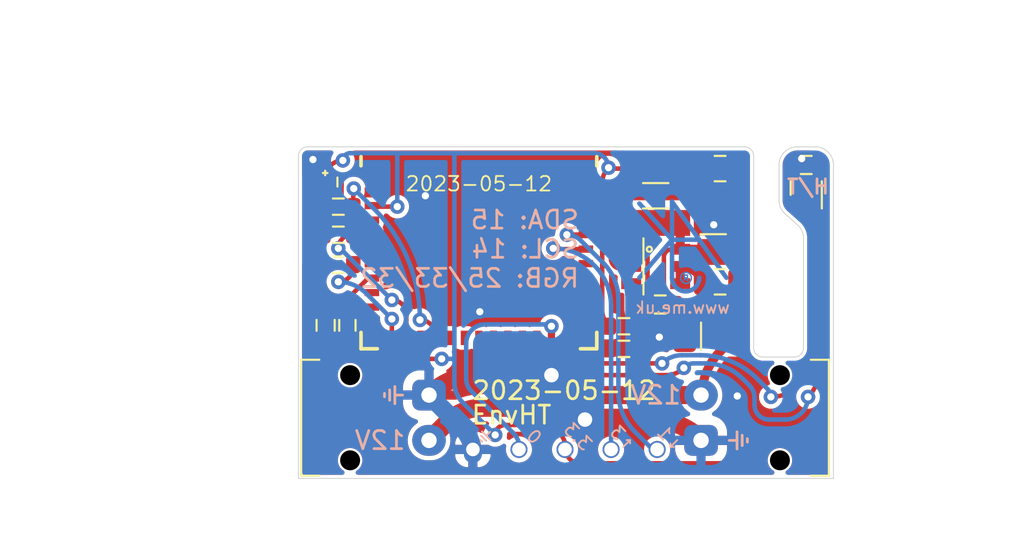
<source format=kicad_pcb>
(kicad_pcb (version 20221018) (generator pcbnew)
  (title_block (title "EnvMon") (date "${DATE}") (rev "4") (comment 1 "www.me.uk") (comment 2 "@TheRealRevK") (comment 3 "Adrian Kennard Andrews & Arnold Ltd"))
  (layers (0 "F.Cu" signal) (31 "B.Cu" signal) (34 "B.Paste" user) (35 "F.Paste" user) (36 "B.SilkS" user "B.Silkscreen") (37 "F.SilkS" user "F.Silkscreen") (38 "B.Mask" user) (39 "F.Mask" user) (44 "Edge.Cuts" user))
  (property "DATE" "2023-05-12")
  (net 0 "")
  (net 1 "Net-(U4-EN)")
  (net 2 "Net-(D2-A)")
  (net 3 "Net-(D3-BK)")
  (net 4 "GND")
  (net 5 "Net-(D3-RK)")
  (net 6 "Net-(D3-GK)")
  (net 7 "Net-(U1-FB)")
  (net 10 "SCL")
  (net 11 "SDA")
  (net 14 "R")
  (net 15 "G")
  (net 16 "B")
  (net 17 "DC")
  (net 19 "O")
  (net 20 "I")
  (net 23 "BOOT")
  (net 37 "+3.3V")
  (footprint "RevK:C_0603" (layer "F.Cu") (at 89.3 88.65 90)
    (fp_text reference "C5" hide)
    (fp_text value "1uF")
    (fp_line (start -0.3 -0.5) (end 0.3 -0.5) (stroke (width 0.12)) (layer "F.SilkS"))
    (fp_line (start -0.3 0.5) (end 0.3 0.5) (stroke (width 0.12)) (layer "F.SilkS"))
    (pad "1" smd roundrect (at -0.775 0 90) (size 0.8 0.95) (layers "F.Cu" "F.Paste" "F.Mask") (net 4 "GND"))
    (pad "2" smd roundrect (at 0.775 0 90) (size 0.8 0.95) (layers "F.Cu" "F.Paste" "F.Mask") (net 1 "Net-(U4-EN)"))
  )
  (footprint "RevK:R_0603" (layer "F.Cu") (at 105.75 88.7)
    (fp_text reference "R1" hide)
    (fp_text value "100k 1%")
    (fp_line (start -0.3 -0.45) (end 0.3 -0.45) (stroke (width 0.12)) (layer "F.SilkS"))
    (fp_line (start -0.3 0.45) (end 0.3 0.45) (stroke (width 0.12)) (layer "F.SilkS"))
    (pad "1" smd roundrect (at -0.825 0) (size 0.8 0.95) (layers "F.Cu" "F.Paste" "F.Mask") (net 37 "+3.3V"))
    (pad "2" smd roundrect (at 0.825 0) (size 0.8 0.95) (layers "F.Cu" "F.Paste" "F.Mask") (net 7 "Net-(U1-FB)"))
  )
  (footprint "RevK:C_0805_" (layer "F.Cu") (at 111.05 86.25)
    (fp_text reference "C2" hide)
    (fp_text value "2.2uF")
    (fp_line (start -0.3 -0.7) (end 0.3 -0.7) (stroke (width 0.12)) (layer "F.SilkS"))
    (fp_line (start -0.3 0.7) (end 0.3 0.7) (stroke (width 0.12)) (layer "F.SilkS"))
  )
  (footprint "RevK:PTSM-HH1-2-RA" (layer "F.Cu") (at 95 93.75 -90)
    (fp_text reference "J1" hide)
    (fp_text value "DC")
    (fp_line (start -3.2 7.05) (end -3.2 6.05) (stroke (width 0.12)) (layer "F.SilkS"))
    (fp_line (start -3.2 7.05) (end 3.2 7.05) (stroke (width 0.12)) (layer "F.SilkS"))
    (fp_line (start 3.2 7.05) (end 3.2 6.05) (stroke (width 0.12)) (layer "F.SilkS"))
    (pad "" np_thru_hole circle (at -2.35 4.35 270) (size 1.1 1.1) (drill 1.1) (layers "*.Mask"))
    (pad "" np_thru_hole circle (at 2.35 4.35 270) (size 1.1 1.1) (drill 1.1) (layers "*.Mask"))
    (pad "1" thru_hole roundrect (at -1.25 0 270) (size 1.7 1.85) (drill 0.85) (layers "*.Cu" "*.Mask") (net 4 "GND"))
    (pad "2" thru_hole oval (at 1.25 0 270) (size 1.7 1.85) (drill 0.85) (layers "*.Cu" "*.Mask") (net 2 "Net-(D2-A)"))
  )
  (footprint "RevK:R_0603" (layer "F.Cu") (at 105.75 89.95)
    (fp_text reference "R2" hide)
    (fp_text value "30k 1%")
    (fp_line (start -0.3 -0.45) (end 0.3 -0.45) (stroke (width 0.12)) (layer "F.SilkS"))
    (fp_line (start -0.3 0.45) (end 0.3 0.45) (stroke (width 0.12)) (layer "F.SilkS"))
    (pad "1" smd roundrect (at -0.825 0) (size 0.8 0.95) (layers "F.Cu" "F.Paste" "F.Mask") (net 4 "GND"))
    (pad "2" smd roundrect (at 0.825 0) (size 0.8 0.95) (layers "F.Cu" "F.Paste" "F.Mask") (net 7 "Net-(U1-FB)"))
  )
  (footprint "RevK:SOT-23-Thin-6-Reg" (layer "F.Cu") (at 107.5 85.4 90)
    (fp_text reference "U1" hide)
    (fp_text value "LMR16006XDDCR")
    (fp_line (start -1.55 -0.675) (end 1.55 -0.675) (stroke (width 0.12)) (layer "F.SilkS"))
    (fp_circle (center 0.95 -0.35) (end 1.05 -0.25) (stroke (width 0.12)) (fill none) (layer "F.SilkS"))
    (pad "1" smd roundrect (at -2.1 -0.525 180) (size 0.9 0.95) (layers "F.Cu" "F.Paste" "F.Mask") (clearance 0.2))
    (pad "1" smd custom (at -0.8 -0.45 90) (size 2.6 0.25) (layers "F.Cu") (clearance 0.2) (options (clearance outline) (anchor rect)) (primitives (gr_arc (start 1.75 -0.45) (mid 1.618198 -0.131802) (end 1.3 0) (width 0.25))))
    (pad "1" smd rect (at 0.95 -1.35 180) (size 1.1 0.6) (layers "F.Cu" "F.Paste" "F.Mask") (clearance 0.2))
    (pad "2" smd custom (at -1.1 4.5 90) (size 0.1 0.1) (layers "F.Cu") (net 4 "GND") (clearance 0.2) (options (clearance outline) (anchor rect)) (primitives (gr_line (start 0 0) (end 6.6 0) (width 0.4999)) (gr_line (start 4.8625 0) (end 4.8625 -1.6) (width 0.4999)) (gr_line (start 5 -1.6) (end 5 -6.4) (width 0.4999)) (gr_arc (start 4.55 -6.85) (mid 4.868198 -6.718198) (end 5 -6.4) (width 0.4999)) (gr_line (start 4.55 -6.85) (end 1.55 -6.85) (width 0.4999)) (gr_arc (start 1.1 -6.4) (mid 1.231802 -6.718198) (end 1.55 -6.85) (width 0.4999)) (gr_line (start 1.1 -6.4) (end 1.1 -5.9) (width 0.4999))))
    (pad "2" smd roundrect (at -0.85 4.5) (size 1 1.45) (layers "F.Cu" "F.Paste" "F.Mask") (net 4 "GND"))
    (pad "2" smd rect (at 0 -1.35 180) (size 1.1 0.6) (layers "F.Cu" "F.Paste" "F.Mask") (net 4 "GND") (clearance 0.2))
    (pad "2" smd roundrect (at 3.7625 3.17 90) (size 1.425 1.75) (layers "F.Cu" "F.Paste" "F.Mask") (roundrect_rratio 0.175) (net 4 "GND") (clearance 0.2))
    (pad "2" smd roundrect (at 5.4 4.5) (size 1 1.45) (layers "F.Cu" "F.Paste" "F.Mask") (net 4 "GND"))
    (pad "3" smd rect (at -0.95 -1.35 180) (size 1.1 0.6) (layers "F.Cu" "F.Paste" "F.Mask") (net 7 "Net-(U1-FB)") (clearance 0.2))
    (pad "4" smd rect (at -0.95 1.35 180) (size 1.1 0.6) (layers "F.Cu" "F.Paste" "F.Mask") (net 17 "DC") (clearance 0.2))
    (pad "5" smd custom (at -1.06 2.55 90) (size 0.1 0.1) (layers "F.Cu") (net 17 "DC") (options (clearance outline) (anchor rect)) (primitives (gr_arc (start 1 -1) (mid 0.707723 -0.29351) (end 0.001745 -0.000002) (width 0.5))))
    (pad "5" smd roundrect (at -0.85 2.6) (size 1 1.45) (layers "F.Cu" "F.Paste" "F.Mask") (net 17 "DC") (clearance 0.2))
    (pad "5" smd rect (at 0 1.35 180) (size 1.1 0.6) (layers "F.Cu" "F.Paste" "F.Mask") (net 17 "DC") (clearance 0.2))
    (pad "6" smd roundrect (at -2.1 1.025 180) (size 0.9 0.95) (layers "F.Cu" "F.Paste" "F.Mask") (clearance 0.2))
    (pad "6" smd custom (at -0.475 0.45 90) (size 1.95 0.25) (layers "F.Cu") (clearance 0.2) (options (clearance outline) (anchor rect)) (primitives (gr_arc (start 0.975 0) (mid 1.293198 0.131802) (end 1.425 0.45) (width 0.25)) (gr_arc (start -1.425 0.45) (mid -1.293198 0.131802) (end -0.975 0) (width 0.25))))
    (pad "6" smd roundrect (at 0.7975 3.17 90) (size 1.425 1.75) (layers "F.Cu" "F.Paste" "F.Mask") (roundrect_rratio 0.175) (clearance 0.2))
    (pad "6" smd rect (at 0.95 1.35 180) (size 1.1 0.6) (layers "F.Cu" "F.Paste" "F.Mask") (clearance 0.2))
    (pad "6" smd rect (at 0.95 2.3 180) (size 2 0.5) (layers "F.Cu") (clearance 0.2))
    (pad "6" smd rect (at 1.9 1.35 90) (size 2 0.5) (layers "F.Cu") (clearance 0.2))
    (pad "6" smd rect (at 2.4 0.05 180) (size 3.7 1.425) (layers "F.Cu" "F.Mask") (clearance 0.2))
    (pad "7" smd rect (at 5.4 0.05 180) (size 3.7 1.425) (layers "F.Cu" "F.Mask") (net 37 "+3.3V"))
    (pad "7" smd rect (at 5.4 0.8 90) (size 0.5 4) (layers "F.Cu") (net 37 "+3.3V"))
    (pad "7" smd roundrect (at 5.4 2.6) (size 1 1.45) (layers "F.Cu" "F.Paste" "F.Mask") (net 37 "+3.3V") (clearance 0.2))
  )
  (footprint "RevK:R_0603" (layer "F.Cu") (at 90 82.1)
    (fp_text reference "R7" hide)
    (fp_text value "300R")
    (fp_line (start -0.3 -0.45) (end 0.3 -0.45) (stroke (width 0.12)) (layer "F.SilkS"))
    (fp_line (start -0.3 0.45) (end 0.3 0.45) (stroke (width 0.12)) (layer "F.SilkS"))
    (pad "1" smd roundrect (at -0.825 0) (size 0.8 0.95) (layers "F.Cu" "F.Paste" "F.Mask") (net 5 "Net-(D3-RK)"))
    (pad "2" smd roundrect (at 0.825 0) (size 0.8 0.95) (layers "F.Cu" "F.Paste" "F.Mask") (net 14 "R"))
  )
  (footprint "RevK:L_4x4_" (layer "F.Cu") (at 107.5 81.5 90)
    (fp_text reference "L1" hide)
    (fp_text value "6.8uH")
    (fp_line (start -0.7 -0.7) (end -0.7 0.7) (stroke (width 0.12)) (layer "F.SilkS"))
    (fp_line (start 0.7 -0.7) (end 0.7 0.7) (stroke (width 0.12)) (layer "F.SilkS"))
  )
  (footprint "RevK:Sensirion_DFN-4_1.5x1.5mm_P0.5mm_SHT4x" (layer "F.Cu") (at 115.8 81.45 90)
    (fp_text reference "U7" hide)
    (fp_text value "SHT40")
    (fp_line (start -0.75 0.86) (end 0.75 0.86) (stroke (width 0.12)) (layer "F.SilkS"))
    (fp_line (start 0 -0.86) (end 0.75 -0.86) (stroke (width 0.12)) (layer "F.SilkS"))
    (pad "1" smd rect (at -0.7 -0.4 90) (size 0.5 0.3) (layers "F.Cu" "F.Paste" "F.Mask") (net 11 "SDA"))
    (pad "2" smd rect (at -0.7 0.4 90) (size 0.5 0.3) (layers "F.Cu" "F.Paste" "F.Mask") (net 10 "SCL"))
    (pad "3" smd rect (at 0.7 0.4 90) (size 0.5 0.3) (layers "F.Cu" "F.Paste" "F.Mask") (net 37 "+3.3V"))
    (pad "4" smd rect (at 0.7 -0.4 90) (size 0.5 0.3) (layers "F.Cu" "F.Paste" "F.Mask") (net 4 "GND"))
    (zone (net 0) (net_name "") (layer "F.Cu") (connect_pads (clearance 0)) (min_thickness 0.254)
      (keepout (tracks not_allowed) (vias not_allowed) (pads allowed) (copperpour not_allowed) (footprints allowed))
      (fill (thermal_gap 0.508) (thermal_bridge_width 0.508))
      (polygon (pts (xy 115.25 80.7) (xy 115.25 81) (xy 115.55 81) (xy 115.55 80.7) (xy 116.05 80.7) (xy 116.05 81) (xy 116.35 81) (xy 116.35 80.7) (xy 116.55 80.7) (xy 116.55 82.2) (xy 116.35 82.2) (xy 116.35 81.9) (xy 116.05 81.9) (xy 116.05 82.2) (xy 115.55 82.2) (xy 115.55 81.9) (xy 115.25 81.9) (xy 115.25 82.2) (xy 115.05 82.2) (xy 115.05 80.7)))
    )
  )
  (footprint "RevK:Screw" (layer "F.Cu") (at 84 84)
    (fp_text reference "S1" hide)
    (fp_text value "Screw")
  )
  (footprint "RevK:C_0603_" (layer "F.Cu") (at 107.75 87.5)
    (fp_text reference "C1" hide)
    (fp_text value "100nF")
    (fp_line (start -0.3 -0.5) (end 0.3 -0.5) (stroke (width 0.12)) (layer "F.SilkS"))
    (fp_line (start -0.3 0.5) (end 0.3 0.5) (stroke (width 0.12)) (layer "F.SilkS"))
  )
  (footprint "RevK:C_0805_" (layer "F.Cu") (at 111.05 80)
    (fp_text reference "C3" hide)
    (fp_text value "10uF")
    (fp_line (start -0.3 -0.7) (end 0.3 -0.7) (stroke (width 0.12)) (layer "F.SilkS"))
    (fp_line (start -0.3 0.7) (end 0.3 0.7) (stroke (width 0.12)) (layer "F.SilkS"))
  )
  (footprint "RevK:R_0603" (layer "F.Cu") (at 90 83.65)
    (fp_text reference "R8" hide)
    (fp_text value "1K")
    (fp_line (start -0.3 -0.45) (end 0.3 -0.45) (stroke (width 0.12)) (layer "F.SilkS"))
    (fp_line (start -0.3 0.45) (end 0.3 0.45) (stroke (width 0.12)) (layer "F.SilkS"))
    (pad "1" smd roundrect (at -0.825 0) (size 0.8 0.95) (layers "F.Cu" "F.Paste" "F.Mask") (net 6 "Net-(D3-GK)"))
    (pad "2" smd roundrect (at 0.825 0) (size 0.8 0.95) (layers "F.Cu" "F.Paste" "F.Mask") (net 15 "G"))
  )
  (footprint "RevK:D_1206_" (layer "F.Cu") (at 110.67 83.12 90)
    (fp_text reference "D1" hide)
    (fp_text value "Schottky")
    (fp_line (start -0.5 -0.7) (end -0.5 0.7) (stroke (width 0.12)) (layer "F.SilkS"))
  )
  (footprint "RevK:MHS190RGBCT" (layer "F.Cu") (at 89.5 80.74325)
    (fp_text reference "D3" hide)
    (fp_text value "LED_BARG" hide)
    (fp_line (start -0.35 -0.5) (end -0.1 -0.5) (stroke (width 0.12)) (layer "F.SilkS"))
    (fp_line (start -0.225 -0.375) (end -0.225 -0.625) (stroke (width 0.12)) (layer "F.SilkS"))
    (fp_line (start 0.45 -0.25) (end 0.45 0.25) (stroke (width 0.12)) (layer "F.SilkS"))
    (pad "1" smd rect (at -0.675 -0.125) (size 0.25 0.75) (layers "F.Cu" "F.Paste" "F.Mask") (net 3 "Net-(D3-BK)"))
    (pad "2" smd rect (at -0.225 0) (size 0.25 0.5) (layers "F.Cu" "F.Paste" "F.Mask") (net 37 "+3.3V"))
    (pad "3" smd rect (at 0.225 0) (size 0.25 0.5) (layers "F.Cu" "F.Paste" "F.Mask") (net 5 "Net-(D3-RK)"))
    (pad "4" smd rect (at 0.675 -0.125) (size 0.25 0.75) (layers "F.Cu" "F.Paste" "F.Mask") (net 6 "Net-(D3-GK)"))
  )
  (footprint "RevK:R_0603" (layer "F.Cu") (at 90.5 88.65 90)
    (fp_text reference "R12" hide)
    (fp_text value "10k")
    (fp_line (start -0.3 -0.45) (end 0.3 -0.45) (stroke (width 0.12)) (layer "F.SilkS"))
    (fp_line (start -0.3 0.45) (end 0.3 0.45) (stroke (width 0.12)) (layer "F.SilkS"))
    (pad "1" smd roundrect (at -0.825 0 90) (size 0.8 0.95) (layers "F.Cu" "F.Paste" "F.Mask") (net 37 "+3.3V"))
    (pad "2" smd roundrect (at 0.825 0 90) (size 0.8 0.95) (layers "F.Cu" "F.Paste" "F.Mask") (net 1 "Net-(U4-EN)"))
  )
  (footprint "RevK:Screw" (layer "F.Cu") (at 121 84)
    (fp_text reference "S2" hide)
    (fp_text value "Screw")
  )
  (footprint "RevK:C_0603" (layer "F.Cu") (at 115.8 79.8 180)
    (fp_text reference "C4" hide)
    (fp_text value "100nF")
    (fp_line (start -0.3 -0.5) (end 0.3 -0.5) (stroke (width 0.12)) (layer "F.SilkS"))
    (fp_line (start -0.3 0.5) (end 0.3 0.5) (stroke (width 0.12)) (layer "F.SilkS"))
    (pad "1" smd roundrect (at -0.775 0 180) (size 0.8 0.95) (layers "F.Cu" "F.Paste" "F.Mask") (net 37 "+3.3V"))
    (pad "2" smd roundrect (at 0.775 0 180) (size 0.8 0.95) (layers "F.Cu" "F.Paste" "F.Mask") (net 4 "GND"))
  )
  (footprint "RevK:PTSM-HH1-2-RA" (layer "F.Cu") (at 110 93.75 90)
    (fp_text reference "J2" hide)
    (fp_text value "DC")
    (fp_line (start -3.2 7.05) (end -3.2 6.05) (stroke (width 0.12)) (layer "F.SilkS"))
    (fp_line (start -3.2 7.05) (end 3.2 7.05) (stroke (width 0.12)) (layer "F.SilkS"))
    (fp_line (start 3.2 7.05) (end 3.2 6.05) (stroke (width 0.12)) (layer "F.SilkS"))
    (pad "" np_thru_hole circle (at -2.35 4.35 90) (size 1.1 1.1) (drill 1.1) (layers "*.Mask"))
    (pad "" np_thru_hole circle (at 2.35 4.35 90) (size 1.1 1.1) (drill 1.1) (layers "*.Mask"))
    (pad "1" thru_hole roundrect (at -1.25 0 90) (size 1.7 1.85) (drill 0.85) (layers "*.Cu" "*.Mask") (net 4 "GND"))
    (pad "2" thru_hole oval (at 1.25 0 90) (size 1.7 1.85) (drill 0.85) (layers "*.Cu" "*.Mask") (net 2 "Net-(D2-A)"))
  )
  (footprint "RevK:ESP32-PICO-MINI-02" (layer "F.Cu") (at 97.75 84.44325)
    (fp_text reference "U4" hide)
    (fp_text value "ESP32-PICO-MINI-02")
    (fp_text user "${DATE}" (at 0 -3.6 unlocked) (layer "F.SilkS") (effects (font (size 0.8 0.8) (thickness 0.1))))
    (fp_line (start -6.5 -5.1) (end -6.5 -4.6) (stroke (width 0.2)) (layer "F.SilkS"))
    (fp_line (start -6.5 4.6) (end -6.5 5.5) (stroke (width 0.2)) (layer "F.SilkS"))
    (fp_line (start -6.5 5.5) (end -5.6 5.5) (stroke (width 0.2)) (layer "F.SilkS"))
    (fp_line (start 6.5 -5.1) (end 6.5 -4.6) (stroke (width 0.2)) (layer "F.SilkS"))
    (fp_line (start 6.5 4.6) (end 6.5 5.5) (stroke (width 0.2)) (layer "F.SilkS"))
    (fp_line (start 6.5 5.5) (end 5.6 5.5) (stroke (width 0.2)) (layer "F.SilkS"))
    (pad "1" smd rect (at -5.9 -4) (size 0.8 0.4) (layers "F.Cu" "F.Paste" "F.Mask") (net 4 "GND"))
    (pad "2" smd rect (at -5.9 -3.2) (size 0.8 0.4) (layers "F.Cu" "F.Paste" "F.Mask") (net 4 "GND"))
    (pad "3" smd rect (at -5.9 -2.4) (size 0.8 0.4) (layers "F.Cu" "F.Paste" "F.Mask") (net 37 "+3.3V"))
    (pad "4" smd rect (at -5.9 -1.6) (size 0.8 0.4) (layers "F.Cu" "F.Paste" "F.Mask"))
    (pad "5" smd rect (at -5.9 -0.8) (size 0.8 0.4) (layers "F.Cu" "F.Paste" "F.Mask"))
    (pad "6" smd rect (at -5.9 0) (size 0.8 0.4) (layers "F.Cu" "F.Paste" "F.Mask"))
    (pad "7" smd rect (at -5.9 0.8) (size 0.8 0.4) (layers "F.Cu" "F.Paste" "F.Mask"))
    (pad "8" smd rect (at -5.9 1.6) (size 0.8 0.4) (layers "F.Cu" "F.Paste" "F.Mask") (net 1 "Net-(U4-EN)"))
    (pad "9" smd rect (at -5.9 2.4) (size 0.8 0.4) (layers "F.Cu" "F.Paste" "F.Mask"))
    (pad "10" smd rect (at -5.9 3.2) (size 0.8 0.4) (layers "F.Cu" "F.Paste" "F.Mask"))
    (pad "11" smd rect (at -5.9 4) (size 0.8 0.4) (layers "F.Cu" "F.Paste" "F.Mask") (net 4 "GND"))
    (pad "12" smd rect (at -4.8 4.9) (size 0.4 0.8) (layers "F.Cu" "F.Paste" "F.Mask") (net 16 "B"))
    (pad "13" smd rect (at -4 4.9) (size 0.4 0.8) (layers "F.Cu" "F.Paste" "F.Mask") (net 15 "G"))
    (pad "14" smd rect (at -3.2 4.9) (size 0.4 0.8) (layers "F.Cu" "F.Paste" "F.Mask") (net 4 "GND"))
    (pad "15" smd rect (at -2.4 4.9) (size 0.4 0.8) (layers "F.Cu" "F.Paste" "F.Mask") (net 14 "R"))
    (pad "16" smd rect (at -1.6 4.9) (size 0.4 0.8) (layers "F.Cu" "F.Paste" "F.Mask"))
    (pad "17" smd rect (at -0.8 4.9) (size 0.4 0.8) (layers "F.Cu" "F.Paste" "F.Mask"))
    (pad "18" smd rect (at 0 4.9) (size 0.4 0.8) (layers "F.Cu" "F.Paste" "F.Mask") (net 10 "SCL"))
    (pad "19" smd rect (at 0.8 4.9) (size 0.4 0.8) (layers "F.Cu" "F.Paste" "F.Mask"))
    (pad "20" smd rect (at 1.6 4.9) (size 0.4 0.8) (layers "F.Cu" "F.Paste" "F.Mask"))
    (pad "21" smd rect (at 2.4 4.9) (size 0.4 0.8) (layers "F.Cu" "F.Paste" "F.Mask") (net 11 "SDA"))
    (pad "22" smd rect (at 3.2 4.9) (size 0.4 0.8) (layers "F.Cu" "F.Paste" "F.Mask"))
    (pad "23" smd rect (at 4 4.9) (size 0.4 0.8) (layers "F.Cu" "F.Paste" "F.Mask") (net 23 "BOOT"))
    (pad "24" smd rect (at 4.8 4.9) (size 0.4 0.8) (layers "F.Cu" "F.Paste" "F.Mask"))
    (pad "25" smd rect (at 5.9 4) (size 0.8 0.4) (layers "F.Cu" "F.Paste" "F.Mask"))
    (pad "26" smd rect (at 5.9 3.2) (size 0.8 0.4) (layers "F.Cu" "F.Paste" "F.Mask"))
    (pad "27" smd rect (at 5.9 2.4) (size 0.8 0.4) (layers "F.Cu" "F.Paste" "F.Mask"))
    (pad "28" smd rect (at 5.9 1.6) (size 0.8 0.4) (layers "F.Cu" "F.Paste" "F.Mask"))
    (pad "29" smd rect (at 5.9 0.8) (size 0.8 0.4) (layers "F.Cu" "F.Paste" "F.Mask"))
    (pad "30" smd rect (at 5.9 0) (size 0.8 0.4) (layers "F.Cu" "F.Paste" "F.Mask") (net 20 "I"))
    (pad "31" smd rect (at 5.9 -0.8) (size 0.8 0.4) (layers "F.Cu" "F.Paste" "F.Mask") (net 19 "O"))
    (pad "32" smd rect (at 5.9 -1.6) (size 0.8 0.4) (layers "F.Cu" "F.Paste" "F.Mask"))
    (pad "33" smd rect (at 5.9 -2.4) (size 0.8 0.4) (layers "F.Cu" "F.Paste" "F.Mask"))
    (pad "34" smd rect (at 5.9 -3.2) (size 0.8 0.4) (layers "F.Cu" "F.Paste" "F.Mask"))
    (pad "35" smd rect (at 5.9 -4) (size 0.8 0.4) (layers "F.Cu" "F.Paste" "F.Mask"))
    (pad "36" smd rect (at 4.8 -4.9) (size 0.4 0.8) (layers "F.Cu" "F.Paste" "F.Mask") (net 4 "GND"))
    (pad "37" smd rect (at 4 -4.9) (size 0.4 0.8) (layers "F.Cu" "F.Paste" "F.Mask") (net 4 "GND"))
    (pad "38" smd rect (at 3.2 -4.9) (size 0.4 0.8) (layers "F.Cu" "F.Paste" "F.Mask") (net 4 "GND"))
    (pad "39" smd rect (at 2.4 -4.9) (size 0.4 0.8) (layers "F.Cu" "F.Paste" "F.Mask") (net 4 "GND"))
    (pad "40" smd rect (at 1.6 -4.9) (size 0.4 0.8) (layers "F.Cu" "F.Paste" "F.Mask") (net 4 "GND"))
    (pad "41" smd rect (at 0.8 -4.9) (size 0.4 0.8) (layers "F.Cu" "F.Paste" "F.Mask") (net 4 "GND"))
    (pad "42" smd rect (at 0 -4.9) (size 0.4 0.8) (layers "F.Cu" "F.Paste" "F.Mask") (net 4 "GND"))
    (pad "43" smd rect (at -0.8 -4.9) (size 0.4 0.8) (layers "F.Cu" "F.Paste" "F.Mask") (net 4 "GND"))
    (pad "44" smd rect (at -1.6 -4.9) (size 0.4 0.8) (layers "F.Cu" "F.Paste" "F.Mask") (net 4 "GND"))
    (pad "45" smd rect (at -2.4 -4.9) (size 0.4 0.8) (layers "F.Cu" "F.Paste" "F.Mask") (net 4 "GND"))
    (pad "46" smd rect (at -3.2 -4.9) (size 0.4 0.8) (layers "F.Cu" "F.Paste" "F.Mask") (net 4 "GND"))
    (pad "47" smd rect (at -4 -4.9) (size 0.4 0.8) (layers "F.Cu" "F.Paste" "F.Mask") (net 4 "GND"))
    (pad "48" smd rect (at -4.8 -4.9) (size 0.4 0.8) (layers "F.Cu" "F.Paste" "F.Mask") (net 4 "GND"))
    (pad "49" smd roundrect (at -1.975 -1.975) (size 1.45 1.45) (layers "F.Cu" "F.Paste" "F.Mask") (roundrect_rratio 0) (chamfer_ratio 0.41) (chamfer top_left) (net 4 "GND"))
    (pad "49" smd rect (at -1.975 0) (size 1.45 1.45) (layers "F.Cu" "F.Paste" "F.Mask") (net 4 "GND"))
    (pad "49" smd rect (at -1.975 1.975) (size 1.45 1.45) (layers "F.Cu" "F.Paste" "F.Mask") (net 4 "GND"))
    (pad "49" smd rect (at 0 -1.975) (size 1.45 1.45) (layers "F.Cu" "F.Paste" "F.Mask") (net 4 "GND"))
    (pad "49" smd rect (at 0 0) (size 1.45 1.45) (layers "F.Cu" "F.Paste" "F.Mask") (net 4 "GND"))
    (pad "49" smd rect (at 0 1.975) (size 1.45 1.45) (layers "F.Cu" "F.Paste" "F.Mask") (net 4 "GND"))
    (pad "49" smd rect (at 1.975 -1.975) (size 1.45 1.45) (layers "F.Cu" "F.Paste" "F.Mask") (net 4 "GND"))
    (pad "49" smd rect (at 1.975 0) (size 1.45 1.45) (layers "F.Cu" "F.Paste" "F.Mask") (net 4 "GND"))
    (pad "49" smd rect (at 1.975 1.975) (size 1.45 1.45) (layers "F.Cu" "F.Paste" "F.Mask") (net 4 "GND"))
    (pad "50" smd rect (at 5.95 -4.95) (size 0.7 0.7) (layers "F.Cu" "F.Paste" "F.Mask") (net 4 "GND"))
    (pad "51" smd rect (at 5.95 4.95) (size 0.7 0.7) (layers "F.Cu" "F.Paste" "F.Mask") (net 4 "GND"))
    (pad "52" smd rect (at -5.95 4.95) (size 0.7 0.7) (layers "F.Cu" "F.Paste" "F.Mask") (net 4 "GND"))
    (pad "53" smd rect (at -5.95 -4.95) (size 0.7 0.7) (layers "F.Cu" "F.Paste" "F.Mask") (net 4 "GND"))
    (zone (net 0) (net_name "") (layer "F.Cu") (connect_pads (clearance 0)) (min_thickness 0.01)
      (keepout (tracks not_allowed) (vias not_allowed) (pads not_allowed) (copperpour not_allowed) (footprints allowed))
      (fill (thermal_gap 0.508) (thermal_bridge_width 0.508))
      (polygon (pts (xy 91.15 73.44325) (xy 104.35 73.44325) (xy 104.35 78.84325) (xy 91.15 78.84325)))
    )
    (zone (net 0) (net_name "") (layer "B.Cu") (connect_pads (clearance 0)) (min_thickness 0.01)
      (keepout (tracks not_allowed) (vias not_allowed) (pads not_allowed) (copperpour not_allowed) (footprints allowed))
      (fill (thermal_gap 0.508) (thermal_bridge_width 0.508))
      (polygon (pts (xy 91.15 73.44325) (xy 104.35 73.44325) (xy 104.35 78.84325) (xy 91.15 78.84325)))
    )
  )
  (footprint "RevK:R_0603" (layer "F.Cu") (at 90 85.3)
    (fp_text reference "R9" hide)
    (fp_text value "100R")
    (fp_line (start -0.3 -0.45) (end 0.3 -0.45) (stroke (width 0.12)) (layer "F.SilkS"))
    (fp_line (start -0.3 0.45) (end 0.3 0.45) (stroke (width 0.12)) (layer "F.SilkS"))
    (pad "1" smd roundrect (at -0.825 0) (size 0.8 0.95) (layers "F.Cu" "F.Paste" "F.Mask") (net 3 "Net-(D3-BK)"))
    (pad "2" smd roundrect (at 0.825 0) (size 0.8 0.95) (layers "F.Cu" "F.Paste" "F.Mask") (net 16 "B"))
  )
  (footprint "RevK:D_1206" (layer "F.Cu") (at 110.5 89.25)
    (fp_text reference "D2" hide)
    (fp_text value "D")
    (fp_line (start -0.5 -0.75) (end -0.5 0.75) (stroke (width 0.12)) (layer "F.SilkS"))
    (pad "1" smd roundrect (at -1.4 0) (size 1.25 1.75) (layers "F.Cu" "F.Paste" "F.Mask") (roundrect_rratio 0.2) (net 17 "DC"))
    (pad "2" smd roundrect (at 1.4 0) (size 1.25 1.75) (layers "F.Cu" "F.Paste" "F.Mask") (roundrect_rratio 0.2) (net 2 "Net-(D2-A)"))
  )
  (footprint "RevK:Shelly" (layer "B.Cu") (at 102.5 95.5 180)
    (fp_text reference "J4" hide)
    (fp_text value "Shelly" hide)
    (fp_text user "↓1" (at -5.8 0.6 315 unlocked) (layer "B.SilkS") (effects (font (size 0.7 0.7) (thickness 0.1)) (justify mirror)))
    (fp_text user "0" (at 1.71 0.7 315 unlocked) (layer "B.SilkS") (effects (font (size 0.7 0.7) (thickness 0.1)) (justify mirror)))
    (fp_text user "⏚" (at 4.4 0.7 315 unlocked) (layer "B.SilkS") (effects (font (size 0.7 0.7) (thickness 0.1)) (justify mirror)))
    (fp_text user "↑3" (at -3.2 0.6 315 unlocked) (layer "B.SilkS") (effects (font (size 0.7 0.7) (thickness 0.1)) (justify mirror)))
    (fp_text user "3.3" (at -0.7 0.7 315 unlocked) (layer "B.SilkS") (effects (font (size 0.7 0.7) (thickness 0.1)) (justify mirror)))
    (pad "1" thru_hole roundrect (at 5.08 0 180) (size 0.94 0.94) (drill 0.75) (layers "*.Cu" "*.Mask") (roundrect_rratio 0.2) (chamfer_ratio 0.3) (chamfer bottom_left) (net 4 "GND"))
    (pad "2" thru_hole circle (at 2.54 0 270) (size 0.94 0.94) (drill 0.75) (layers "*.Cu" "*.Mask") (net 23 "BOOT"))
    (pad "3" thru_hole circle (at 0 0 270) (size 0.94 0.94) (drill 0.75) (layers "*.Cu" "*.Mask") (net 37 "+3.3V"))
    (pad "4" thru_hole circle (at -2.54 0 270) (size 0.94 0.94) (drill 0.75) (layers "*.Cu" "*.Mask") (net 20 "I"))
    (pad "5" thru_hole circle (at -5.08 0 270) (size 0.94 0.94) (drill 0.75) (layers "*.Cu" "*.Mask") (net 19 "O"))
  )
  (footprint "RevK:AJK" (layer "B.Cu") (at 108.4 83.925 180)
    (fp_text reference "Logo1" hide)
    (fp_text value "AJK" hide)
    (fp_text user "www.me.uk" (at -0.58 -3.75 unlocked) (layer "B.SilkS") (effects (font (size 0.65 0.65) (thickness 0.1)) (justify mirror)))
    (fp_line (start -0.85 -2.11) (end -0.75 -2.11) (stroke (width 0.08)) (layer "B.Cu"))
    (fp_line (start -0.85 -1.95) (end -0.85 -2.25) (stroke (width 0.08)) (layer "B.Cu"))
    (fp_line (start -0.85 -1.95) (end -0.75 -1.95) (stroke (width 0.08)) (layer "B.Cu"))
    (fp_line (start -0.75 -2.11) (end -0.65 -2.25) (stroke (width 0.08)) (layer "B.Cu"))
    (fp_line (start 0 0) (end -1.5 0) (stroke (width 0.25)) (layer "B.Cu"))
    (fp_line (start 0 0) (end 1.8 -2.1) (stroke (width 0.25)) (layer "B.Cu"))
    (fp_line (start 0 2.1) (end -3 -2.1) (stroke (width 0.25)) (layer "B.Cu"))
    (fp_line (start 0 2.1) (end 0 -2.1) (stroke (width 0.25)) (layer "B.Cu"))
    (fp_line (start 1.8 2) (end 0 0) (stroke (width 0.25)) (layer "B.Cu"))
    (fp_arc (start -1.5 -2.1) (mid -0.75 -2.85) (end 0 -2.1) (stroke (width 0.25)) (layer "B.Cu"))
    (fp_arc (start -0.75 -2.11) (mid -0.67 -2.03) (end -0.75 -1.95) (stroke (width 0.08)) (layer "B.Cu"))
    (fp_circle (center -0.77 -2.11) (end -0.47 -2.11) (stroke (width 0.08)) (fill none) (layer "B.Cu"))
  )
  (gr_line (start 116.3 78.8) (end 115.3 78.8) (stroke (width 0.05)) (layer "Edge.Cuts"))
  (gr_line (start 114.3 79.8) (end 114.3 81.75) (stroke (width 0.05)) (layer "Edge.Cuts"))
  (gr_line (start 117.3 97.1) (end 117.3 79.8) (stroke (width 0.05)) (layer "Edge.Cuts"))
  (gr_line (start 115.65 83.85) (end 115.65 89.9) (stroke (width 0.05)) (layer "Edge.Cuts"))
  (gr_arc (start 115.65 89.9) (mid 115.503553 90.253553) (end 115.15 90.4) (stroke (width 0.05)) (layer "Edge.Cuts"))
  (gr_line (start 115.15 90.4) (end 113.4 90.4) (stroke (width 0.05)) (layer "Edge.Cuts"))
  (gr_arc (start 87.8 79.3) (mid 87.946447 78.946447) (end 88.3 78.8) (stroke (width 0.05)) (layer "Edge.Cuts"))
  (gr_arc (start 115.357107 83.142893) (mid 115.573881 83.467316) (end 115.65 83.85) (stroke (width 0.05)) (layer "Edge.Cuts"))
  (gr_arc (start 116.3 78.8) (mid 117.007107 79.092893) (end 117.3 79.8) (stroke (width 0.05)) (layer "Edge.Cuts"))
  (gr_arc (start 113.4 90.4) (mid 113.046447 90.253553) (end 112.9 89.9) (stroke (width 0.05)) (layer "Edge.Cuts"))
  (gr_line (start 115.357107 83.142893) (end 114.592893 82.457107) (stroke (width 0.05)) (layer "Edge.Cuts"))
  (gr_arc (start 112.4 78.8) (mid 112.753553 78.946447) (end 112.9 79.3) (stroke (width 0.05)) (layer "Edge.Cuts"))
  (gr_arc (start 114.592893 82.457107) (mid 114.37612 82.132684) (end 114.3 81.75) (stroke (width 0.05)) (layer "Edge.Cuts"))
  (gr_line (start 87.8 97.1) (end 117.3 97.1) (stroke (width 0.05)) (layer "Edge.Cuts"))
  (gr_line (start 87.8 97.1) (end 87.8 79.3) (stroke (width 0.05)) (layer "Edge.Cuts"))
  (gr_arc (start 114.3 79.8) (mid 114.592893 79.092893) (end 115.3 78.8) (stroke (width 0.05)) (layer "Edge.Cuts"))
  (gr_line (start 112.9 79.3) (end 112.9 89.9) (stroke (width 0.05)) (layer "Edge.Cuts"))
  (gr_line (start 88.3 78.8) (end 112.4 78.8) (stroke (width 0.05)) (layer "Edge.Cuts"))
  (gr_text "SDA: 15\nSCL: 14\nRGB: 25/33/32" (at 103.36 84.44) (layer "B.SilkS") (effects (font (size 1 1)) (justify left mirror)))
  (gr_text "⏚" (at 112.1 95 90) (layer "B.SilkS") (effects (font (size 1 1)) (justify mirror)))
  (gr_text "12V" (at 107.5 92.5) (layer "B.SilkS") (effects (font (size 1 1)) (justify mirror)))
  (gr_text "12V" (at 92.3 95) (layer "B.SilkS") (effects (font (size 1 1)) (justify mirror)))
  (gr_text "⏚" (at 93 92.5 270) (layer "B.SilkS") (effects (font (size 1 1)) (justify mirror)))
  (gr_text "H/T" (at 115.9 81) (layer "B.SilkS") (effects (font (size 0.8 0.8)) (justify mirror)))
  (gr_text "${DATE}" (at 102.45 92.25) (layer "F.SilkS") (effects (font (size 1 1))))
  (gr_text "EnvHT" (at 99.55 93.6) (layer "F.SilkS") (effects (font (size 1 1))))
  (segment (start 89.3 87.875) (end 90.37929 87.875) (width 0.25) (layer "F.Cu") (net 1))
  (segment (start 91.65 86.04325) (end 90.946715 86.746535) (width 0.25) (layer "F.Cu") (net 1))
  (arc (start 90.946715 86.746535) (mid 90.616097 87.241339) (end 90.5 87.825) (width 0.25) (layer "F.Cu") (net 1))
  (segment (start 96 94) (end 95 95) (width 1) (layer "F.Cu") (net 2))
  (segment (start 102.37 92.76) (end 102.318579 92.811421) (width 1) (layer "F.Cu") (net 2))
  (segment (start 111.9 89.25) (end 111.052753 90.097247) (width 0.5) (layer "F.Cu") (net 2))
  (segment (start 101.380467 93.2) (end 97.93137 93.2) (width 1) (layer "F.Cu") (net 2))
  (segment (start 110.0575 92.5) (end 102.997695 92.5) (width 1) (layer "F.Cu") (net 2))
  (arc (start 102.318579 92.811421) (mid 101.88817 93.099011) (end 101.380467 93.2) (width 1) (layer "F.Cu") (net 2))
  (arc (start 111.052753 90.097247) (mid 110.316158 91.199639) (end 110.0575 92.5) (width 0.5) (layer "F.Cu") (net 2))
  (arc (start 97.93137 93.2) (mid 96.88612 93.407913) (end 96 94) (width 1) (layer "F.Cu") (net 2))
  (arc (start 102.997695 92.5) (mid 102.657989 92.567571) (end 102.37 92.76) (width 1) (layer "F.Cu") (net 2))
  (segment (start 88.35 81.09325) (end 88.35 84.475) (width 0.25) (layer "F.Cu") (net 3))
  (arc (start 88.825 80.61825) (mid 88.489124 80.757374) (end 88.35 81.09325) (width 0.25) (layer "F.Cu") (net 3))
  (arc (start 88.35 84.475) (mid 88.591637 85.058363) (end 89.175 85.3) (width 0.25) (layer "F.Cu") (net 3))
  (segment (start 97.655634 91.4) (end 101.75 91.4) (width 1) (layer "F.Cu") (net 4))
  (segment (start 103.1 89.39325) (end 103 89.29325) (width 0.25) (layer "F.Cu") (net 4))
  (segment (start 103 88.69325) (end 102.435787 88.129037) (width 0.25) (layer "F.Cu") (net 4))
  (segment (start 103.7 89.39325) (end 103.1 89.39325) (width 0.25) (layer "F.Cu") (net 4))
  (segment (start 110.67 81.6375) (end 110.67 83.07) (width 0.5) (layer "F.Cu") (net 4))
  (segment (start 115.4 80.75) (end 115.4 80.175) (width 0.25) (layer "F.Cu") (net 4))
  (segment (start 103.6 93.85) (end 107.281155 93.85) (width 1) (layer "F.Cu") (net 4))
  (segment (start 103 89.29325) (end 103 88.69325) (width 0.25) (layer "F.Cu") (net 4))
  (segment (start 101.4 87.7) (end 98.282842 87.7) (width 0.25) (layer "F.Cu") (net 4))
  (via (at 88.6 79.5) (size 0.8) (drill 0.4) (layers "F.Cu" "B.Cu") (net 4))
  (via (at 97.8 87.9) (size 0.8) (drill 0.4) (layers "F.Cu" "B.Cu") (net 4))
  (via (at 115.55 79.45) (size 0.8) (drill 0.4) (layers "F.Cu" "B.Cu") (net 4))
  (via (at 103.6 93.85) (size 1.2) (drill 0.8) (layers "F.Cu" "B.Cu") (net 4))
  (via (at 94.8 81.5) (size 0.8) (drill 0.4) (layers "F.Cu" "B.Cu") (net 4))
  (via (at 112 92.55) (size 0.8) (drill 0.4) (layers "F.Cu" "B.Cu") (net 4))
  (via (at 101.75 91.4) (size 1.2) (drill 0.8) (layers "F.Cu" "B.Cu") (net 4))
  (via (at 110.7 83.1) (size 0.8) (drill 0.4) (layers "F.Cu" "B.Cu") (net 4))
  (via (at 107.7 89.3) (size 0.8) (drill 0.4) (layers "F.Cu" "B.Cu") (net 4))
  (arc (start 102.435787 88.129037) (mid 101.960564 87.811503) (end 101.4 87.7) (width 0.25) (layer "F.Cu") (net 4))
  (arc (start 98.282842 87.7) (mid 98.02153 87.751978) (end 97.8 87.9) (width 0.25) (layer "F.Cu") (net 4))
  (arc (start 110.67 83.07) (mid 110.678787 83.091213) (end 110.7 83.1) (width 0.5) (layer "F.Cu") (net 4))
  (arc (start 95 92.5) (mid 96.218415 91.685881) (end 97.655634 91.4) (width 1) (layer "F.Cu") (net 4))
  (arc (start 107.281155 93.85) (mid 108.783702 94.148876) (end 110.0575 95) (width 1) (layer "F.Cu") (net 4))
  (arc (start 115.4 80.175) (mid 115.290165 79.909835) (end 115.025 79.8) (width 0.25) (layer "F.Cu") (net 4))
  (segment (start 101.75 91.4) (end 103.175736 92.825736) (width 1) (layer "B.Cu") (net 4))
  (segment (start 96.833101 94.333102) (end 95 92.5) (width 1) (layer "B.Cu") (net 4))
  (arc (start 103.175736 92.825736) (mid 103.489737 93.295673) (end 103.6 93.85) (width 1) (layer "B.Cu") (net 4))
  (arc (start 97.42 95.75) (mid 97.26747 94.98318) (end 96.833101 94.333102) (width 1) (layer "B.Cu") (net 4))
  (segment (start 89.725 80.74325) (end 89.725 81.55) (width 0.25) (layer "F.Cu") (net 5))
  (arc (start 89.725 81.55) (mid 89.563909 81.938909) (end 89.175 82.1) (width 0.25) (layer "F.Cu") (net 5))
  (segment (start 90.175 80.61825) (end 90.175 82.65) (width 0.25) (layer "F.Cu") (net 6))
  (arc (start 90.175 82.65) (mid 89.882107 83.357107) (end 89.175 83.65) (width 0.25) (layer "F.Cu") (net 6))
  (segment (start 106.575 88.7) (end 106.575 89.95) (width 0.25) (layer "F.Cu") (net 7))
  (segment (start 106.15 86.35) (end 106.15 87.67396) (width 0.25) (layer "F.Cu") (net 7))
  (arc (start 106.15 87.67396) (mid 106.260454 88.229249) (end 106.575 88.7) (width 0.25) (layer "F.Cu") (net 7))
  (segment (start 104.7 91.4) (end 108.084315 91.4) (width 0.25) (layer "F.Cu") (net 10))
  (segment (start 116.5 91.151472) (end 116.5 82.687134) (width 0.25) (layer "F.Cu") (net 10))
  (segment (start 98.70675 90.5) (end 102.684315 90.5) (width 0.25) (layer "F.Cu") (net 10))
  (segment (start 116.386611 82.413389) (end 116.25429 82.281068) (width 0.25) (layer "F.Cu") (net 10))
  (segment (start 103.65 90.9) (end 103.761091 91.011091) (width 0.25) (layer "F.Cu") (net 10))
  (via (at 109.05 91) (size 0.8) (drill 0.4) (layers "F.Cu" "B.Cu") (net 10))
  (via (at 115.9 92.6) (size 0.8) (drill 0.4) (layers "F.Cu" "B.Cu") (net 10))
  (arc (start 108.084315 91.4) (mid 108.60694 91.296043) (end 109.05 91) (width 0.25) (layer "F.Cu") (net 10))
  (arc (start 115.9 92.6) (mid 116.344065 91.93541) (end 116.5 91.151472) (width 0.25) (layer "F.Cu") (net 10))
  (arc (start 103.761091 91.011091) (mid 104.191866 91.298926) (end 104.7 91.4) (width 0.25) (layer "F.Cu") (net 10))
  (arc (start 102.684315 90.5) (mid 103.20694 90.603957) (end 103.65 90.9) (width 0.25) (layer "F.Cu") (net 10))
  (arc (start 116.5 82.687134) (mid 116.470531 82.538984) (end 116.386611 82.413389) (width 0.25) (layer "F.Cu") (net 10))
  (arc (start 116.25429 82.281068) (mid 116.214109 82.220933) (end 116.2 82.15) (width 0.25) (layer "F.Cu") (net 10))
  (arc (start 97.75 89.54325) (mid 98.030226 90.219774) (end 98.70675 90.5) (width 0.25) (layer "F.Cu") (net 10))
  (segment (start 112.3 91.6) (end 112.667157 91.967157) (width 0.25) (layer "B.Cu") (net 10))
  (segment (start 109.05 91) (end 109.087868 90.962132) (width 0.25) (layer "B.Cu") (net 10))
  (segment (start 112.95 92.65) (end 112.95 93.05) (width 0.25) (layer "B.Cu") (net 10))
  (segment (start 113.75 93.85) (end 114.65 93.85) (width 0.25) (layer "B.Cu") (net 10))
  (segment (start 109.6 90.75) (end 110.247919 90.75) (width 0.25) (layer "B.Cu") (net 10))
  (arc (start 109.087868 90.962132) (mid 109.322836 90.805132) (end 109.6 90.75) (width 0.25) (layer "B.Cu") (net 10))
  (arc (start 112.667157 91.967157) (mid 112.876491 92.280448) (end 112.95 92.65) (width 0.25) (layer "B.Cu") (net 10))
  (arc (start 114.65 93.85) (mid 115.533883 93.483883) (end 115.9 92.6) (width 0.25) (layer "B.Cu") (net 10))
  (arc (start 112.95 93.05) (mid 113.184315 93.615685) (end 113.75 93.85) (width 0.25) (layer "B.Cu") (net 10))
  (arc (start 110.247919 90.75) (mid 111.358497 90.970908) (end 112.3 91.6) (width 0.25) (layer "B.Cu") (net 10))
  (segment (start 103.868997 90.468996) (end 103.95 90.55) (width 0.25) (layer "F.Cu") (net 11))
  (segment (start 115.4 82.35) (end 115.4 82.15) (width 0.25) (layer "F.Cu") (net 11))
  (segment (start 104.434049 90.7505) (end 107.85 90.7505) (width 0.25) (layer "F.Cu") (net 11))
  (segment (start 100.616127 90.009377) (end 102.759377 90.009377) (width 0.25) (layer "F.Cu") (net 11))
  (segment (start 116.1 90.35) (end 116.1 83.05) (width 0.25) (layer "F.Cu") (net 11))
  (via (at 107.85 90.7505) (size 0.8) (drill 0.4) (layers "F.Cu" "B.Cu") (net 11))
  (via (at 113.85 92.6) (size 0.8) (drill 0.4) (layers "F.Cu" "B.Cu") (net 11))
  (arc (start 103.95 90.55) (mid 104.172084 90.698391) (end 104.434049 90.7505) (width 0.25) (layer "F.Cu") (net 11))
  (arc (start 115.8 82.75) (mid 115.517157 82.632843) (end 115.4 82.35) (width 0.25) (layer "F.Cu") (net 11))
  (arc (start 116.1 83.05) (mid 116.012132 82.837868) (end 115.8 82.75) (width 0.25) (layer "F.Cu") (net 11))
  (arc (start 113.85 92.6) (mid 115.44099 91.94099) (end 116.1 90.35) (width 0.25) (layer "F.Cu") (net 11))
  (arc (start 102.759377 90.009377) (mid 103.359899 90.128828) (end 103.868997 90.468996) (width 0.25) (layer "F.Cu") (net 11))
  (arc (start 100.15 89.54325) (mid 100.286525 89.872852) (end 100.616127 90.009377) (width 0.25) (layer "F.Cu") (net 11))
  (segment (start 108.937603 90.3) (end 109.961523 90.3) (width 0.25) (layer "B.Cu") (net 11))
  (segment (start 113.1 91.6) (end 113.673223 92.173223) (width 0.25) (layer "B.Cu") (net 11))
  (arc (start 107.85 90.7505) (mid 108.348996 90.417081) (end 108.937603 90.3) (width 0.25) (layer "B.Cu") (net 11))
  (arc (start 109.961523 90.3) (mid 111.660054 90.637859) (end 113.1 91.6) (width 0.25) (layer "B.Cu") (net 11))
  (arc (start 113.673223 92.173223) (mid 113.804057 92.36903) (end 113.85 92.6) (width 0.25) (layer "B.Cu") (net 11))
  (segment (start 90.825 82.1) (end 90.825 81.125) (width 0.25) (layer "F.Cu") (net 14))
  (via (at 94.5 88.35) (size 0.8) (drill 0.4) (layers "F.Cu" "B.Cu") (net 14))
  (via (at 90.85 81.1) (size 0.8) (drill 0.4) (layers "F.Cu" "B.Cu") (net 14))
  (arc (start 95.35 89.2) (mid 95.101041 88.598959) (end 94.5 88.35) (width 0.25) (layer "F.Cu") (net 14))
  (arc (start 90.825 81.125) (mid 90.832322 81.107322) (end 90.85 81.1) (width 0.25) (layer "F.Cu") (net 14))
  (segment (start 91.954416 82.204415) (end 90.85 81.1) (width 0.25) (layer "B.Cu") (net 14))
  (arc (start 94.5 88.35) (mid 93.838424 85.024034) (end 91.954416 82.204415) (width 0.25) (layer "B.Cu") (net 14))
  (segment (start 93.75 89.34325) (end 93.75 88.05) (width 0.25) (layer "F.Cu") (net 15))
  (via (at 90 84.4) (size 0.8) (drill 0.4) (layers "F.Cu" "B.Cu") (net 15))
  (via (at 92.95 87.25) (size 0.8) (drill 0.4) (layers "F.Cu" "B.Cu") (net 15))
  (arc (start 93.75 88.05) (mid 93.515685 87.484315) (end 92.95 87.25) (width 0.25) (layer "F.Cu") (net 15))
  (arc (start 90.75 83.65) (mid 90.21967 83.86967) (end 90 84.4) (width 0.25) (layer "F.Cu") (net 15))
  (segment (start 92.95 87.25) (end 90.170711 84.470711) (width 0.25) (layer "B.Cu") (net 15))
  (arc (start 90.170711 84.470711) (mid 90.092388 84.418377) (end 90 84.4) (width 0.25) (layer "B.Cu") (net 15))
  (segment (start 92.95 89.34325) (end 92.95 88.3) (width 0.25) (layer "F.Cu") (net 16))
  (via (at 90 86.25) (size 0.8) (drill 0.4) (layers "F.Cu" "B.Cu") (net 16))
  (via (at 92.95 88.3) (size 0.8) (drill 0.4) (layers "F.Cu" "B.Cu") (net 16))
  (arc (start 90.825 85.425) (mid 90.583363 86.008363) (end 90 86.25) (width 0.25) (layer "F.Cu") (net 16))
  (segment (start 92.95 88.3) (end 91.536397 86.886397) (width 0.25) (layer "B.Cu") (net 16))
  (arc (start 91.536397 86.886397) (mid 90.831492 86.415394) (end 90 86.25) (width 0.25) (layer "B.Cu") (net 16))
  (segment (start 110.1 86.25) (end 110.1 86.835787) (width 0.5) (layer "F.Cu") (net 17))
  (segment (start 108.85 85.4) (end 108.85 86.35) (width 0.5) (layer "F.Cu") (net 17))
  (arc (start 110.1 86.835787) (mid 109.840108 88.14235) (end 109.1 89.25) (width 0.5) (layer "F.Cu") (net 17))
  (segment (start 103.65 83.64325) (end 102.616295 83.64325) (width 0.25) (layer "F.Cu") (net 19))
  (via (at 102.6 83.65) (size 0.8) (drill 0.4) (layers "F.Cu" "B.Cu") (net 19))
  (arc (start 102.616295 83.64325) (mid 102.607476 83.645004) (end 102.6 83.65) (width 0.25) (layer "F.Cu") (net 19))
  (segment (start 105.444237 87.238168) (end 105.444237 92.347437) (width 0.25) (layer "B.Cu") (net 19))
  (segment (start 106.34 94.51) (end 107.58 95.75) (width 0.25) (layer "B.Cu") (net 19))
  (segment (start 103.368198 83.968198) (end 104.6 85.2) (width 0.25) (layer "B.Cu") (net 19))
  (arc (start 104.6 85.2) (mid 105.224827 86.135119) (end 105.444237 87.238168) (width 0.25) (layer "B.Cu") (net 19))
  (arc (start 105.444237 92.347437) (mid 105.677039 93.517807) (end 106.34 94.51) (width 0.25) (layer "B.Cu") (net 19))
  (arc (start 102.6 83.65) (mid 103.015746 83.732697) (end 103.368198 83.968198) (width 0.25) (layer "B.Cu") (net 19))
  (segment (start 103.65 84.44325) (end 101.954414 84.44325) (width 0.25) (layer "F.Cu") (net 20))
  (via (at 101.85 84.4) (size 0.8) (drill 0.4) (layers "F.Cu" "B.Cu") (net 20))
  (arc (start 101.954414 84.44325) (mid 101.897905 84.43201) (end 101.85 84.4) (width 0.25) (layer "F.Cu") (net 20))
  (segment (start 105.04 95.75) (end 105.04 87.59) (width 0.25) (layer "B.Cu") (net 20))
  (arc (start 105.04 87.59) (mid 104.105671 85.334329) (end 101.85 84.4) (width 0.25) (layer "B.Cu") (net 20))
  (segment (start 101.75 88.7) (end 101.75 89.34325) (width 0.25) (layer "F.Cu") (net 23))
  (via (at 101.75 88.7) (size 0.8) (drill 0.4) (layers "F.Cu" "B.Cu") (net 23))
  (segment (start 97.05 89.65) (end 97.05 91.6) (width 0.25) (layer "B.Cu") (net 23))
  (segment (start 101.65 88.6) (end 98.1 88.6) (width 0.25) (layer "B.Cu") (net 23))
  (segment (start 97.332843 92.282843) (end 99.628162 94.578163) (width 0.25) (layer "B.Cu") (net 23))
  (arc (start 98.1 88.6) (mid 97.357538 88.907538) (end 97.05 89.65) (width 0.25) (layer "B.Cu") (net 23))
  (arc (start 101.75 88.7) (mid 101.720711 88.629289) (end 101.65 88.6) (width 0.25) (layer "B.Cu") (net 23))
  (arc (start 97.332843 92.282843) (mid 97.123508 91.969552) (end 97.05 91.6) (width 0.25) (layer "B.Cu") (net 23))
  (arc (start 100.01 95.5) (mid 99.910764 95.001105) (end 99.628162 94.578163) (width 0.25) (layer "B.Cu") (net 23))
  (segment (start 95.114507 90.5) (end 95.7 90.5) (width 0.25) (layer "F.Cu") (net 37))
  (segment (start 90.213622 90.166377) (end 89.72 90.66) (width 0.25) (layer "F.Cu") (net 37))
  (segment (start 101.2 94.15) (end 99.2 94.15) (width 0.25) (layer "F.Cu") (net 37))
  (segment (start 93.25 82.1) (end 91.90675 82.1) (width 0.25) (layer "F.Cu") (net 37))
  (segment (start 92.666813 91.703188) (end 92.99 91.38) (width 0.25) (layer "F.Cu") (net 37))
  (segment (start 116.9 93.58) (end 116.9 80.125) (width 0.25) (layer "F.Cu") (net 37))
  (segment (start 116.2 80.75) (end 116.2 80.175) (width 0.25) (layer "F.Cu") (net 37))
  (segment (start 89.54 91.094558) (end 89.54 91.57) (width 0.25) (layer "F.Cu") (net 37))
  (segment (start 114.544091 94.75) (end 115.73 94.75) (width 0.25) (layer "F.Cu") (net 37))
  (segment (start 89.275 80.74325) (end 89.275 80.525) (width 0.25) (layer "F.Cu") (net 37))
  (segment (start 103.316 96.266) (end 110.884144 96.266) (width 0.25) (layer "F.Cu") (net 37))
  (segment (start 104.55 80.794974) (end 104.55 87.79467) (width 0.25) (layer "F.Cu") (net 37))
  (segment (start 107.55 80) (end 104.95 80) (width 0.25) (layer "F.Cu") (net 37))
  (via (at 90.25 79.55) (size 0.8) (drill 0.4) (layers "F.Cu" "B.Cu") (net 37))
  (via (at 93.25 82.1) (size 0.8) (drill 0.4) (layers "F.Cu" "B.Cu") (net 37))
  (via (at 98.65 94.7) (size 0.8) (drill 0.4) (layers "F.Cu" "B.Cu") (net 37))
  (via (at 95.7 90.5) (size 0.8) (drill 0.4) (layers "F.Cu" "B.Cu") (net 37))
  (via (at 104.9 79.95) (size 0.8) (drill 0.4) (layers "F.Cu" "B.Cu") (net 37))
  (arc (start 89.54 91.57) (mid 89.835822 92.284178) (end 90.55 92.58) (width 0.25) (layer "F.Cu") (net 37))
  (arc (start 89.275 80.525) (mid 89.560571 79.835571) (end 90.25 79.55) (width 0.25) (layer "F.Cu") (net 37))
  (arc (start 110.884144 96.266) (mid 111.937233 96.056528) (end 112.83 95.46) (width 0.25) (layer "F.Cu") (net 37))
  (arc (start 90.5 89.475) (mid 90.425573 89.849171) (end 90.213622 90.166377) (width 0.25) (layer "F.Cu") (net 37))
  (arc (start 104.95 80) (mid 104.914645 79.985355) (end 104.9 79.95) (width 0.25) (layer "F.Cu") (net 37))
  (arc (start 99.2 94.15) (mid 98.811091 94.311091) (end 98.65 94.7) (width 0.25) (layer "F.Cu") (net 37))
  (arc (start 90.55 92.58) (mid 91.695611 92.352124) (end 92.666813 91.703188) (width 0.25) (layer "F.Cu") (net 37))
  (arc (start 102.55 95.5) (mid 102.774356 96.041644) (end 103.316 96.266) (width 0.25) (layer "F.Cu") (net 37))
  (arc (start 112.83 95.46) (mid 113.616431 94.934523) (end 114.544091 94.75) (width 0.25) (layer "F.Cu") (net 37))
  (arc (start 89.72 90.66) (mid 89.586781 90.859377) (end 89.54 91.094558) (width 0.25) (layer "F.Cu") (net 37))
  (arc (start 104.9 79.95) (mid 104.640962 80.337677) (end 104.55 80.794974) (width 0.25) (layer "F.Cu") (net 37))
  (arc (start 116.9 80.125) (mid 116.80481 79.89519) (end 116.575 79.8) (width 0.25) (layer "F.Cu") (net 37))
  (arc (start 115.73 94.75) (mid 116.557315 94.407315) (end 116.9 93.58) (width 0.25) (layer "F.Cu") (net 37))
  (arc (start 102.55 95.5) (mid 102.154594 94.545406) (end 101.2 94.15) (width 0.25) (layer "F.Cu") (net 37))
  (arc (start 116.2 80.175) (mid 116.309835 79.909835) (end 116.575 79.8) (width 0.25) (layer "F.Cu") (net 37))
  (arc (start 92.99 91.38) (mid 93.964732 90.728705) (end 95.114507 90.5) (width 0.25) (layer "F.Cu") (net 37))
  (arc (start 104.55 87.79467) (mid 104.64746 88.284631) (end 104.925 88.7) (width 0.25) (layer "F.Cu") (net 37))
  (segment (start 96.4 90.45) (end 96.4 79.2) (width 0.25) (layer "B.Cu") (net 37))
  (segment (start 93.2 79.15) (end 96.45 79.15) (width 0.25) (layer "B.Cu") (net 37))
  (segment (start 96.45 79.15) (end 104.1 79.15) (width 0.25) (layer "B.Cu") (net 37))
  (segment (start 95.7 90.5) (end 96.35 90.5) (width 0.25) (layer "B.Cu") (net 37))
  (segment (start 98.65 94.7) (end 96.85962 92.90962) (width 0.25) (layer "B.Cu") (net 37))
  (segment (start 90.65 79.15) (end 93.2 79.15) (width 0.25) (layer "B.Cu") (net 37))
  (segment (start 93.25 82.1) (end 93.25 79.2) (width 0.25) (layer "B.Cu") (net 37))
  (segment (start 96.4 91.8) (end 96.4 90.45) (width 0.25) (layer "B.Cu") (net 37))
  (arc (start 96.35 90.5) (mid 96.385355 90.485355) (end 96.4 90.45) (width 0.25) (layer "B.Cu") (net 37))
  (arc (start 96.85962 92.90962) (mid 96.519451 92.400522) (end 96.4 91.8) (width 0.25) (layer "B.Cu") (net 37))
  (arc (start 90.25 79.55) (mid 90.367157 79.267157) (end 90.65 79.15) (width 0.25) (layer "B.Cu") (net 37))
  (arc (start 96.4 79.2) (mid 96.414645 79.164645) (end 96.45 79.15) (width 0.25) (layer "B.Cu") (net 37))
  (arc (start 104.1 79.15) (mid 104.665685 79.384315) (end 104.9 79.95) (width 0.25) (layer "B.Cu") (net 37))
  (arc (start 93.25 79.2) (mid 93.235355 79.164645) (end 93.2 79.15) (width 0.25) (layer "B.Cu") (net 37))
  (zone (net 4) (net_name "GND") (layers "F&B.Cu") (connect_pads thru_hole_only (clearance 0.25)) (min_thickness 0.25) (fill yes (thermal_gap 0.508) (thermal_bridge_width 0.508))
    (polygon (pts (xy 118 97.75) (xy 87.5 97.75) (xy 87.5 77.75) (xy 118 77.75)))
  )
)
</source>
